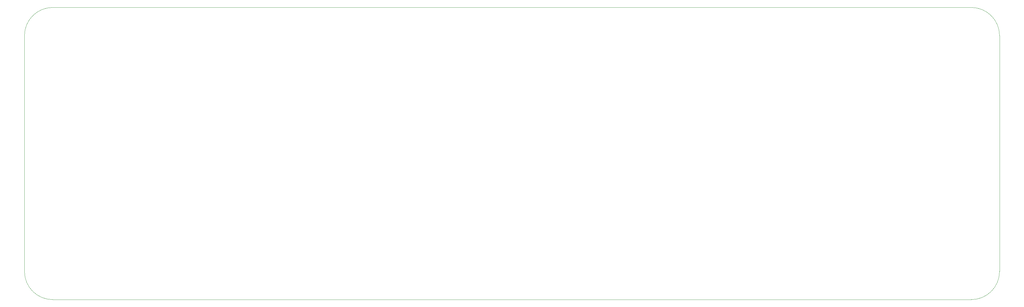
<source format=gm1>
%TF.GenerationSoftware,KiCad,Pcbnew,5.1.6*%
%TF.CreationDate,2020-06-24T16:01:57+02:00*%
%TF.ProjectId,bottom_plate,626f7474-6f6d-45f7-906c-6174652e6b69,rev?*%
%TF.SameCoordinates,Original*%
%TF.FileFunction,Profile,NP*%
%FSLAX46Y46*%
G04 Gerber Fmt 4.6, Leading zero omitted, Abs format (unit mm)*
G04 Created by KiCad (PCBNEW 5.1.6) date 2020-06-24 16:01:57*
%MOMM*%
%LPD*%
G01*
G04 APERTURE LIST*
%TA.AperFunction,Profile*%
%ADD10C,0.050000*%
%TD*%
G04 APERTURE END LIST*
D10*
X124610900Y-116673900D02*
X79370000Y-116673900D01*
X348434300Y-116673900D02*
X124610900Y-116673900D01*
X64289700Y-116673900D02*
X79370000Y-116673900D01*
X55559000Y-34922800D02*
X55559000Y-107943200D01*
X348434300Y-26192100D02*
X64289700Y-26192100D01*
X357165000Y-107943200D02*
X357165000Y-34922800D01*
X357165000Y-107943200D02*
G75*
G02*
X348434300Y-116673900I-8730700J0D01*
G01*
X348434300Y-26192100D02*
G75*
G02*
X357165000Y-34922800I0J-8730700D01*
G01*
X55559000Y-34922800D02*
G75*
G02*
X64289700Y-26192100I8730700J0D01*
G01*
X64289700Y-116673900D02*
G75*
G02*
X55559000Y-107943200I0J8730700D01*
G01*
M02*

</source>
